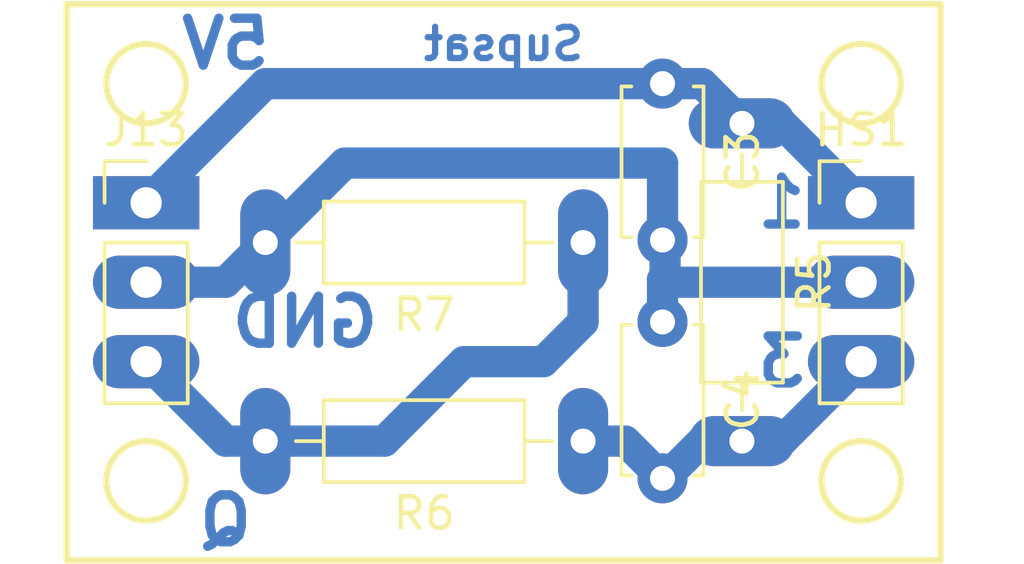
<source format=kicad_pcb>
(kicad_pcb (version 4) (host pcbnew 4.0.7)

  (general
    (links 12)
    (no_connects 0)
    (area 118.142381 98.959999 151.645239 116.940001)
    (thickness 1.6)
    (drawings 14)
    (tracks 30)
    (zones 0)
    (modules 7)
    (nets 5)
  )

  (page A4)
  (layers
    (0 F.Cu signal)
    (31 B.Cu signal)
    (32 B.Adhes user)
    (33 F.Adhes user)
    (34 B.Paste user)
    (35 F.Paste user)
    (36 B.SilkS user)
    (37 F.SilkS user)
    (38 B.Mask user)
    (39 F.Mask user)
    (40 Dwgs.User user)
    (41 Cmts.User user)
    (42 Eco1.User user)
    (43 Eco2.User user)
    (44 Edge.Cuts user)
    (45 Margin user)
    (46 B.CrtYd user)
    (47 F.CrtYd user)
    (48 B.Fab user)
    (49 F.Fab user)
  )

  (setup
    (last_trace_width 1)
    (trace_clearance 0.5)
    (zone_clearance 0.508)
    (zone_45_only no)
    (trace_min 0.2)
    (segment_width 0.2)
    (edge_width 0.15)
    (via_size 0.6)
    (via_drill 0.4)
    (via_min_size 0.4)
    (via_min_drill 0.3)
    (uvia_size 0.3)
    (uvia_drill 0.1)
    (uvias_allowed no)
    (uvia_min_size 0.2)
    (uvia_min_drill 0.1)
    (pcb_text_width 0.3)
    (pcb_text_size 1.5 1.5)
    (mod_edge_width 0.15)
    (mod_text_size 1 1)
    (mod_text_width 0.15)
    (pad_size 1.524 1.524)
    (pad_drill 0.762)
    (pad_to_mask_clearance 0.2)
    (aux_axis_origin 0 0)
    (grid_origin 120.65 116.84)
    (visible_elements 7FFFFFFF)
    (pcbplotparams
      (layerselection 0x00000_80000000)
      (usegerberextensions false)
      (excludeedgelayer true)
      (linewidth 0.100000)
      (plotframeref false)
      (viasonmask false)
      (mode 1)
      (useauxorigin false)
      (hpglpennumber 1)
      (hpglpenspeed 20)
      (hpglpendiameter 15)
      (hpglpenoverlay 2)
      (psnegative false)
      (psa4output false)
      (plotreference true)
      (plotvalue true)
      (plotinvisibletext false)
      (padsonsilk false)
      (subtractmaskfromsilk false)
      (outputformat 4)
      (mirror true)
      (drillshape 2)
      (scaleselection 1)
      (outputdirectory ./))
  )

  (net 0 "")
  (net 1 +5V)
  (net 2 GNDPWR)
  (net 3 "Net-(C4-Pad2)")
  (net 4 "Net-(J13-Pad3)")

  (net_class Default "Ceci est la Netclass par défaut"
    (clearance 0.5)
    (trace_width 1)
    (via_dia 0.6)
    (via_drill 0.4)
    (uvia_dia 0.3)
    (uvia_drill 0.1)
    (add_net +5V)
    (add_net GNDPWR)
    (add_net "Net-(C4-Pad2)")
    (add_net "Net-(J13-Pad3)")
  )

  (module Capacitors_THT:C_Disc_D4.7mm_W2.5mm_P5.00mm (layer F.Cu) (tedit 5AD7BF9C) (tstamp 5AD7BDFF)
    (at 139.7 101.6 270)
    (descr "C, Disc series, Radial, pin pitch=5.00mm, , diameter*width=4.7*2.5mm^2, Capacitor, http://www.vishay.com/docs/45233/krseries.pdf")
    (tags "C Disc series Radial pin pitch 5.00mm  diameter 4.7mm width 2.5mm Capacitor")
    (path /5AD7BEC0)
    (fp_text reference C3 (at 2.5 -2.56 270) (layer F.SilkS)
      (effects (font (size 1 1) (thickness 0.15)))
    )
    (fp_text value C (at 2.5 2.56 270) (layer F.Fab)
      (effects (font (size 1 1) (thickness 0.15)))
    )
    (fp_line (start 0.15 -1.25) (end 0.15 1.25) (layer F.Fab) (width 0.1))
    (fp_line (start 0.15 1.25) (end 4.85 1.25) (layer F.Fab) (width 0.1))
    (fp_line (start 4.85 1.25) (end 4.85 -1.25) (layer F.Fab) (width 0.1))
    (fp_line (start 4.85 -1.25) (end 0.15 -1.25) (layer F.Fab) (width 0.1))
    (fp_line (start 0.09 -1.31) (end 4.91 -1.31) (layer F.SilkS) (width 0.12))
    (fp_line (start 0.09 1.31) (end 4.91 1.31) (layer F.SilkS) (width 0.12))
    (fp_line (start 0.09 -1.31) (end 0.09 -0.996) (layer F.SilkS) (width 0.12))
    (fp_line (start 0.09 0.996) (end 0.09 1.31) (layer F.SilkS) (width 0.12))
    (fp_line (start 4.91 -1.31) (end 4.91 -0.996) (layer F.SilkS) (width 0.12))
    (fp_line (start 4.91 0.996) (end 4.91 1.31) (layer F.SilkS) (width 0.12))
    (fp_line (start -1.05 -1.6) (end -1.05 1.6) (layer F.CrtYd) (width 0.05))
    (fp_line (start -1.05 1.6) (end 6.05 1.6) (layer F.CrtYd) (width 0.05))
    (fp_line (start 6.05 1.6) (end 6.05 -1.6) (layer F.CrtYd) (width 0.05))
    (fp_line (start 6.05 -1.6) (end -1.05 -1.6) (layer F.CrtYd) (width 0.05))
    (fp_text user %R (at 2.54 0 270) (layer F.Fab)
      (effects (font (size 1 1) (thickness 0.15)))
    )
    (pad 1 thru_hole circle (at 0 0 270) (size 1.6 1.6) (drill 0.8) (layers *.Cu *.Mask)
      (net 1 +5V))
    (pad 2 thru_hole circle (at 5 0 270) (size 1.6 1.6) (drill 0.8) (layers *.Cu *.Mask)
      (net 2 GNDPWR))
    (model ${KISYS3DMOD}/Capacitors_THT.3dshapes/C_Disc_D4.7mm_W2.5mm_P5.00mm.wrl
      (at (xyz 0 0 0))
      (scale (xyz 1 1 1))
      (rotate (xyz 0 0 0))
    )
  )

  (module Capacitors_THT:C_Disc_D4.7mm_W2.5mm_P5.00mm (layer F.Cu) (tedit 5AD7BF3A) (tstamp 5AD7BE05)
    (at 139.7 109.22 270)
    (descr "C, Disc series, Radial, pin pitch=5.00mm, , diameter*width=4.7*2.5mm^2, Capacitor, http://www.vishay.com/docs/45233/krseries.pdf")
    (tags "C Disc series Radial pin pitch 5.00mm  diameter 4.7mm width 2.5mm Capacitor")
    (path /5AD7BE7D)
    (fp_text reference C4 (at 2.5 -2.56 270) (layer F.SilkS)
      (effects (font (size 1 1) (thickness 0.15)))
    )
    (fp_text value C (at 2.5 2.56 270) (layer F.Fab)
      (effects (font (size 1 1) (thickness 0.15)))
    )
    (fp_line (start 0.15 -1.25) (end 0.15 1.25) (layer F.Fab) (width 0.1))
    (fp_line (start 0.15 1.25) (end 4.85 1.25) (layer F.Fab) (width 0.1))
    (fp_line (start 4.85 1.25) (end 4.85 -1.25) (layer F.Fab) (width 0.1))
    (fp_line (start 4.85 -1.25) (end 0.15 -1.25) (layer F.Fab) (width 0.1))
    (fp_line (start 0.09 -1.31) (end 4.91 -1.31) (layer F.SilkS) (width 0.12))
    (fp_line (start 0.09 1.31) (end 4.91 1.31) (layer F.SilkS) (width 0.12))
    (fp_line (start 0.09 -1.31) (end 0.09 -0.996) (layer F.SilkS) (width 0.12))
    (fp_line (start 0.09 0.996) (end 0.09 1.31) (layer F.SilkS) (width 0.12))
    (fp_line (start 4.91 -1.31) (end 4.91 -0.996) (layer F.SilkS) (width 0.12))
    (fp_line (start 4.91 0.996) (end 4.91 1.31) (layer F.SilkS) (width 0.12))
    (fp_line (start -1.05 -1.6) (end -1.05 1.6) (layer F.CrtYd) (width 0.05))
    (fp_line (start -1.05 1.6) (end 6.05 1.6) (layer F.CrtYd) (width 0.05))
    (fp_line (start 6.05 1.6) (end 6.05 -1.6) (layer F.CrtYd) (width 0.05))
    (fp_line (start 6.05 -1.6) (end -1.05 -1.6) (layer F.CrtYd) (width 0.05))
    (fp_text user %R (at 2.54 0 270) (layer F.Fab)
      (effects (font (size 1 1) (thickness 0.15)))
    )
    (pad 1 thru_hole circle (at 0 0 270) (size 1.6 1.6) (drill 0.8) (layers *.Cu *.Mask)
      (net 2 GNDPWR))
    (pad 2 thru_hole circle (at 5 0 270) (size 1.6 1.6) (drill 0.8) (layers *.Cu *.Mask)
      (net 3 "Net-(C4-Pad2)"))
    (model ${KISYS3DMOD}/Capacitors_THT.3dshapes/C_Disc_D4.7mm_W2.5mm_P5.00mm.wrl
      (at (xyz 0 0 0))
      (scale (xyz 1 1 1))
      (rotate (xyz 0 0 0))
    )
  )

  (module station_sol:Pin_Header_Straight_1x03_Pitch2.54mm (layer F.Cu) (tedit 5AD84E98) (tstamp 5AD7BE13)
    (at 123.19 105.41)
    (descr "Through hole straight pin header, 1x03, 2.54mm pitch, single row")
    (tags "Through hole pin header THT 1x03 2.54mm single row")
    (path /5AD7BF03)
    (fp_text reference J13 (at 0 -2.33) (layer F.SilkS)
      (effects (font (size 1 1) (thickness 0.15)))
    )
    (fp_text value Conn_01x03 (at 0 7.41) (layer F.Fab)
      (effects (font (size 1 1) (thickness 0.15)))
    )
    (fp_line (start -0.635 -1.27) (end 1.27 -1.27) (layer F.Fab) (width 0.1))
    (fp_line (start 1.27 -1.27) (end 1.27 6.35) (layer F.Fab) (width 0.1))
    (fp_line (start 1.27 6.35) (end -1.27 6.35) (layer F.Fab) (width 0.1))
    (fp_line (start -1.27 6.35) (end -1.27 -0.635) (layer F.Fab) (width 0.1))
    (fp_line (start -1.27 -0.635) (end -0.635 -1.27) (layer F.Fab) (width 0.1))
    (fp_line (start -1.33 6.41) (end 1.33 6.41) (layer F.SilkS) (width 0.12))
    (fp_line (start -1.33 1.27) (end -1.33 6.41) (layer F.SilkS) (width 0.12))
    (fp_line (start 1.33 1.27) (end 1.33 6.41) (layer F.SilkS) (width 0.12))
    (fp_line (start -1.33 1.27) (end 1.33 1.27) (layer F.SilkS) (width 0.12))
    (fp_line (start -1.33 0) (end -1.33 -1.33) (layer F.SilkS) (width 0.12))
    (fp_line (start -1.33 -1.33) (end 0 -1.33) (layer F.SilkS) (width 0.12))
    (fp_line (start -1.8 -1.8) (end -1.8 6.85) (layer F.CrtYd) (width 0.05))
    (fp_line (start -1.8 6.85) (end 1.8 6.85) (layer F.CrtYd) (width 0.05))
    (fp_line (start 1.8 6.85) (end 1.8 -1.8) (layer F.CrtYd) (width 0.05))
    (fp_line (start 1.8 -1.8) (end -1.8 -1.8) (layer F.CrtYd) (width 0.05))
    (fp_text user %R (at 0 2.54 90) (layer F.Fab)
      (effects (font (size 1 1) (thickness 0.15)))
    )
    (pad 1 thru_hole rect (at 0 0) (size 3.4 1.7) (drill 1) (layers *.Cu *.Mask)
      (net 1 +5V))
    (pad 2 thru_hole oval (at 0 2.54) (size 3.4 1.7) (drill 1) (layers *.Cu *.Mask)
      (net 2 GNDPWR))
    (pad 3 thru_hole oval (at 0 5.08) (size 3.4 1.7) (drill 1) (layers *.Cu *.Mask)
      (net 4 "Net-(J13-Pad3)"))
    (model ${KISYS3DMOD}/Pin_Headers.3dshapes/Pin_Header_Straight_1x03_Pitch2.54mm.wrl
      (at (xyz 0 0 0))
      (scale (xyz 1 1 1))
      (rotate (xyz 0 0 0))
    )
  )

  (module station_sol:Pin_Header_Straight_1x03_Pitch2.54mm (layer F.Cu) (tedit 5AD84E98) (tstamp 5AD7BE0C)
    (at 146.05 105.41)
    (descr "Through hole straight pin header, 1x03, 2.54mm pitch, single row")
    (tags "Through hole pin header THT 1x03 2.54mm single row")
    (path /5AD7BF50)
    (fp_text reference HS1 (at 0 -2.33) (layer F.SilkS)
      (effects (font (size 1 1) (thickness 0.15)))
    )
    (fp_text value HALL_SENSOR (at 0 7.41) (layer F.Fab)
      (effects (font (size 1 1) (thickness 0.15)))
    )
    (fp_line (start -0.635 -1.27) (end 1.27 -1.27) (layer F.Fab) (width 0.1))
    (fp_line (start 1.27 -1.27) (end 1.27 6.35) (layer F.Fab) (width 0.1))
    (fp_line (start 1.27 6.35) (end -1.27 6.35) (layer F.Fab) (width 0.1))
    (fp_line (start -1.27 6.35) (end -1.27 -0.635) (layer F.Fab) (width 0.1))
    (fp_line (start -1.27 -0.635) (end -0.635 -1.27) (layer F.Fab) (width 0.1))
    (fp_line (start -1.33 6.41) (end 1.33 6.41) (layer F.SilkS) (width 0.12))
    (fp_line (start -1.33 1.27) (end -1.33 6.41) (layer F.SilkS) (width 0.12))
    (fp_line (start 1.33 1.27) (end 1.33 6.41) (layer F.SilkS) (width 0.12))
    (fp_line (start -1.33 1.27) (end 1.33 1.27) (layer F.SilkS) (width 0.12))
    (fp_line (start -1.33 0) (end -1.33 -1.33) (layer F.SilkS) (width 0.12))
    (fp_line (start -1.33 -1.33) (end 0 -1.33) (layer F.SilkS) (width 0.12))
    (fp_line (start -1.8 -1.8) (end -1.8 6.85) (layer F.CrtYd) (width 0.05))
    (fp_line (start -1.8 6.85) (end 1.8 6.85) (layer F.CrtYd) (width 0.05))
    (fp_line (start 1.8 6.85) (end 1.8 -1.8) (layer F.CrtYd) (width 0.05))
    (fp_line (start 1.8 -1.8) (end -1.8 -1.8) (layer F.CrtYd) (width 0.05))
    (fp_text user %R (at 0 2.54 90) (layer F.Fab)
      (effects (font (size 1 1) (thickness 0.15)))
    )
    (pad 1 thru_hole rect (at 0 0) (size 3.4 1.7) (drill 1) (layers *.Cu *.Mask)
      (net 1 +5V))
    (pad 2 thru_hole oval (at 0 2.54) (size 3.4 1.7) (drill 1) (layers *.Cu *.Mask)
      (net 2 GNDPWR))
    (pad 3 thru_hole oval (at 0 5.08) (size 3.4 1.7) (drill 1) (layers *.Cu *.Mask)
      (net 3 "Net-(C4-Pad2)"))
    (model ${KISYS3DMOD}/Pin_Headers.3dshapes/Pin_Header_Straight_1x03_Pitch2.54mm.wrl
      (at (xyz 0 0 0))
      (scale (xyz 1 1 1))
      (rotate (xyz 0 0 0))
    )
  )

  (module station_sol:R_Axial_DIN0207_L6.3mm_D2.5mm_P10.16mm_Horizontal (layer F.Cu) (tedit 5AD84F92) (tstamp 5AD7BE25)
    (at 137.16 106.68 180)
    (descr "Resistor, Axial_DIN0207 series, Axial, Horizontal, pin pitch=10.16mm, 0.25W = 1/4W, length*diameter=6.3*2.5mm^2, http://cdn-reichelt.de/documents/datenblatt/B400/1_4W%23YAG.pdf")
    (tags "Resistor Axial_DIN0207 series Axial Horizontal pin pitch 10.16mm 0.25W = 1/4W length 6.3mm diameter 2.5mm")
    (path /5AD7BD44)
    (fp_text reference R7 (at 5.08 -2.31 180) (layer F.SilkS)
      (effects (font (size 1 1) (thickness 0.15)))
    )
    (fp_text value R (at 5.08 2.31 180) (layer F.Fab)
      (effects (font (size 1 1) (thickness 0.15)))
    )
    (fp_line (start 1.93 -1.25) (end 1.93 1.25) (layer F.Fab) (width 0.1))
    (fp_line (start 1.93 1.25) (end 8.23 1.25) (layer F.Fab) (width 0.1))
    (fp_line (start 8.23 1.25) (end 8.23 -1.25) (layer F.Fab) (width 0.1))
    (fp_line (start 8.23 -1.25) (end 1.93 -1.25) (layer F.Fab) (width 0.1))
    (fp_line (start 0 0) (end 1.93 0) (layer F.Fab) (width 0.1))
    (fp_line (start 10.16 0) (end 8.23 0) (layer F.Fab) (width 0.1))
    (fp_line (start 1.87 -1.31) (end 1.87 1.31) (layer F.SilkS) (width 0.12))
    (fp_line (start 1.87 1.31) (end 8.29 1.31) (layer F.SilkS) (width 0.12))
    (fp_line (start 8.29 1.31) (end 8.29 -1.31) (layer F.SilkS) (width 0.12))
    (fp_line (start 8.29 -1.31) (end 1.87 -1.31) (layer F.SilkS) (width 0.12))
    (fp_line (start 0.98 0) (end 1.87 0) (layer F.SilkS) (width 0.12))
    (fp_line (start 9.18 0) (end 8.29 0) (layer F.SilkS) (width 0.12))
    (fp_line (start -1.05 -1.6) (end -1.05 1.6) (layer F.CrtYd) (width 0.05))
    (fp_line (start -1.05 1.6) (end 11.25 1.6) (layer F.CrtYd) (width 0.05))
    (fp_line (start 11.25 1.6) (end 11.25 -1.6) (layer F.CrtYd) (width 0.05))
    (fp_line (start 11.25 -1.6) (end -1.05 -1.6) (layer F.CrtYd) (width 0.05))
    (pad 1 thru_hole oval (at 0 0 180) (size 1.6 3.4) (drill 0.8) (layers *.Cu *.Mask)
      (net 4 "Net-(J13-Pad3)"))
    (pad 2 thru_hole oval (at 10.16 0 180) (size 1.6 3.4) (drill 0.8) (layers *.Cu *.Mask)
      (net 2 GNDPWR))
    (model ${KISYS3DMOD}/Resistors_THT.3dshapes/R_Axial_DIN0207_L6.3mm_D2.5mm_P10.16mm_Horizontal.wrl
      (at (xyz 0 0 0))
      (scale (xyz 0.393701 0.393701 0.393701))
      (rotate (xyz 0 0 0))
    )
  )

  (module station_sol:R_Axial_DIN0207_L6.3mm_D2.5mm_P10.16mm_Horizontal (layer F.Cu) (tedit 5AD84F92) (tstamp 5AD7BE1F)
    (at 137.16 113.03 180)
    (descr "Resistor, Axial_DIN0207 series, Axial, Horizontal, pin pitch=10.16mm, 0.25W = 1/4W, length*diameter=6.3*2.5mm^2, http://cdn-reichelt.de/documents/datenblatt/B400/1_4W%23YAG.pdf")
    (tags "Resistor Axial_DIN0207 series Axial Horizontal pin pitch 10.16mm 0.25W = 1/4W length 6.3mm diameter 2.5mm")
    (path /5AD7BDA5)
    (fp_text reference R6 (at 5.08 -2.31 180) (layer F.SilkS)
      (effects (font (size 1 1) (thickness 0.15)))
    )
    (fp_text value R (at 5.08 2.31 180) (layer F.Fab)
      (effects (font (size 1 1) (thickness 0.15)))
    )
    (fp_line (start 1.93 -1.25) (end 1.93 1.25) (layer F.Fab) (width 0.1))
    (fp_line (start 1.93 1.25) (end 8.23 1.25) (layer F.Fab) (width 0.1))
    (fp_line (start 8.23 1.25) (end 8.23 -1.25) (layer F.Fab) (width 0.1))
    (fp_line (start 8.23 -1.25) (end 1.93 -1.25) (layer F.Fab) (width 0.1))
    (fp_line (start 0 0) (end 1.93 0) (layer F.Fab) (width 0.1))
    (fp_line (start 10.16 0) (end 8.23 0) (layer F.Fab) (width 0.1))
    (fp_line (start 1.87 -1.31) (end 1.87 1.31) (layer F.SilkS) (width 0.12))
    (fp_line (start 1.87 1.31) (end 8.29 1.31) (layer F.SilkS) (width 0.12))
    (fp_line (start 8.29 1.31) (end 8.29 -1.31) (layer F.SilkS) (width 0.12))
    (fp_line (start 8.29 -1.31) (end 1.87 -1.31) (layer F.SilkS) (width 0.12))
    (fp_line (start 0.98 0) (end 1.87 0) (layer F.SilkS) (width 0.12))
    (fp_line (start 9.18 0) (end 8.29 0) (layer F.SilkS) (width 0.12))
    (fp_line (start -1.05 -1.6) (end -1.05 1.6) (layer F.CrtYd) (width 0.05))
    (fp_line (start -1.05 1.6) (end 11.25 1.6) (layer F.CrtYd) (width 0.05))
    (fp_line (start 11.25 1.6) (end 11.25 -1.6) (layer F.CrtYd) (width 0.05))
    (fp_line (start 11.25 -1.6) (end -1.05 -1.6) (layer F.CrtYd) (width 0.05))
    (pad 1 thru_hole oval (at 0 0 180) (size 1.6 3.4) (drill 0.8) (layers *.Cu *.Mask)
      (net 3 "Net-(C4-Pad2)"))
    (pad 2 thru_hole oval (at 10.16 0 180) (size 1.6 3.4) (drill 0.8) (layers *.Cu *.Mask)
      (net 4 "Net-(J13-Pad3)"))
    (model ${KISYS3DMOD}/Resistors_THT.3dshapes/R_Axial_DIN0207_L6.3mm_D2.5mm_P10.16mm_Horizontal.wrl
      (at (xyz 0 0 0))
      (scale (xyz 0.393701 0.393701 0.393701))
      (rotate (xyz 0 0 0))
    )
  )

  (module station_sol:R_Axial_DIN0207_L6.3mm_D2.5mm_P10.16mm_Horizontal (layer F.Cu) (tedit 5AD84F92) (tstamp 5AD7BE19)
    (at 142.24 102.87 270)
    (descr "Resistor, Axial_DIN0207 series, Axial, Horizontal, pin pitch=10.16mm, 0.25W = 1/4W, length*diameter=6.3*2.5mm^2, http://cdn-reichelt.de/documents/datenblatt/B400/1_4W%23YAG.pdf")
    (tags "Resistor Axial_DIN0207 series Axial Horizontal pin pitch 10.16mm 0.25W = 1/4W length 6.3mm diameter 2.5mm")
    (path /5AD7BE5E)
    (fp_text reference R5 (at 5.08 -2.31 270) (layer F.SilkS)
      (effects (font (size 1 1) (thickness 0.15)))
    )
    (fp_text value R (at 5.08 2.31 270) (layer F.Fab)
      (effects (font (size 1 1) (thickness 0.15)))
    )
    (fp_line (start 1.93 -1.25) (end 1.93 1.25) (layer F.Fab) (width 0.1))
    (fp_line (start 1.93 1.25) (end 8.23 1.25) (layer F.Fab) (width 0.1))
    (fp_line (start 8.23 1.25) (end 8.23 -1.25) (layer F.Fab) (width 0.1))
    (fp_line (start 8.23 -1.25) (end 1.93 -1.25) (layer F.Fab) (width 0.1))
    (fp_line (start 0 0) (end 1.93 0) (layer F.Fab) (width 0.1))
    (fp_line (start 10.16 0) (end 8.23 0) (layer F.Fab) (width 0.1))
    (fp_line (start 1.87 -1.31) (end 1.87 1.31) (layer F.SilkS) (width 0.12))
    (fp_line (start 1.87 1.31) (end 8.29 1.31) (layer F.SilkS) (width 0.12))
    (fp_line (start 8.29 1.31) (end 8.29 -1.31) (layer F.SilkS) (width 0.12))
    (fp_line (start 8.29 -1.31) (end 1.87 -1.31) (layer F.SilkS) (width 0.12))
    (fp_line (start 0.98 0) (end 1.87 0) (layer F.SilkS) (width 0.12))
    (fp_line (start 9.18 0) (end 8.29 0) (layer F.SilkS) (width 0.12))
    (fp_line (start -1.05 -1.6) (end -1.05 1.6) (layer F.CrtYd) (width 0.05))
    (fp_line (start -1.05 1.6) (end 11.25 1.6) (layer F.CrtYd) (width 0.05))
    (fp_line (start 11.25 1.6) (end 11.25 -1.6) (layer F.CrtYd) (width 0.05))
    (fp_line (start 11.25 -1.6) (end -1.05 -1.6) (layer F.CrtYd) (width 0.05))
    (pad 1 thru_hole oval (at 0 0 270) (size 1.6 3.4) (drill 0.8) (layers *.Cu *.Mask)
      (net 1 +5V))
    (pad 2 thru_hole oval (at 10.16 0 270) (size 1.6 3.4) (drill 0.8) (layers *.Cu *.Mask)
      (net 3 "Net-(C4-Pad2)"))
    (model ${KISYS3DMOD}/Resistors_THT.3dshapes/R_Axial_DIN0207_L6.3mm_D2.5mm_P10.16mm_Horizontal.wrl
      (at (xyz 0 0 0))
      (scale (xyz 0.393701 0.393701 0.393701))
      (rotate (xyz 0 0 0))
    )
  )

  (gr_text Supsat (at 134.62 100.33) (layer B.Cu)
    (effects (font (size 1 1) (thickness 0.2)) (justify mirror))
  )
  (gr_circle (center 123.19 101.6) (end 123.19 100.33) (layer F.SilkS) (width 0.2))
  (gr_circle (center 123.19 114.3) (end 123.19 113.03) (layer F.SilkS) (width 0.2))
  (gr_circle (center 146.05 101.6) (end 146.05 100.33) (layer F.SilkS) (width 0.2))
  (gr_circle (center 146.05 114.3) (end 146.05 115.57) (layer F.SilkS) (width 0.2))
  (gr_text 3 (at 143.51 110.49) (layer B.Cu)
    (effects (font (size 1.5 1.5) (thickness 0.3)) (justify mirror))
  )
  (gr_text 1 (at 143.51 105.41) (layer B.Cu)
    (effects (font (size 1.5 1.5) (thickness 0.3)) (justify mirror))
  )
  (gr_text Q (at 125.73 115.57) (layer B.Cu)
    (effects (font (size 1.5 1.5) (thickness 0.3)) (justify mirror))
  )
  (gr_text GND (at 128.27 109.22) (layer B.Cu)
    (effects (font (size 1.5 1.5) (thickness 0.3)) (justify mirror))
  )
  (gr_text 5V (at 125.73 100.33) (layer B.Cu)
    (effects (font (size 1.5 1.5) (thickness 0.3)) (justify mirror))
  )
  (gr_line (start 148.59 99.06) (end 120.65 99.06) (angle 90) (layer F.SilkS) (width 0.2))
  (gr_line (start 148.59 116.84) (end 148.59 99.06) (angle 90) (layer F.SilkS) (width 0.2))
  (gr_line (start 120.65 116.84) (end 148.59 116.84) (angle 90) (layer F.SilkS) (width 0.2))
  (gr_line (start 120.65 99.06) (end 120.65 116.84) (angle 90) (layer F.SilkS) (width 0.2))

  (segment (start 123.19 105.41) (end 127 101.6) (width 1) (layer B.Cu) (net 1))
  (segment (start 127 101.6) (end 139.7 101.6) (width 1) (layer B.Cu) (net 1) (tstamp 5AD7C0E3))
  (segment (start 142.24 102.87) (end 140.97 101.6) (width 1) (layer B.Cu) (net 1))
  (segment (start 140.97 101.6) (end 139.7 101.6) (width 1) (layer B.Cu) (net 1) (tstamp 5AD7C0B0))
  (segment (start 146.05 105.41) (end 143.51 102.87) (width 1) (layer B.Cu) (net 1))
  (segment (start 143.51 102.87) (end 142.24 102.87) (width 1) (layer B.Cu) (net 1) (tstamp 5AD7C0AD))
  (segment (start 123.19 107.95) (end 125.73 107.95) (width 1) (layer B.Cu) (net 2))
  (segment (start 125.73 107.95) (end 127 106.68) (width 1) (layer B.Cu) (net 2) (tstamp 5AD7C0E6))
  (segment (start 139.7 106.6) (end 139.7 104.14) (width 1) (layer B.Cu) (net 2))
  (segment (start 129.54 104.14) (end 127 106.68) (width 1) (layer B.Cu) (net 2) (tstamp 5AD7C0C3))
  (segment (start 139.7 104.14) (end 129.54 104.14) (width 1) (layer B.Cu) (net 2) (tstamp 5AD7C0C2))
  (segment (start 139.78 107.95) (end 139.78 106.68) (width 1) (layer B.Cu) (net 2))
  (segment (start 139.78 106.68) (end 139.7 106.6) (width 1) (layer B.Cu) (net 2) (tstamp 5AD7C0AA))
  (segment (start 146.05 107.95) (end 139.78 107.95) (width 1) (layer B.Cu) (net 2))
  (segment (start 139.78 107.95) (end 139.7 107.87) (width 1) (layer B.Cu) (net 2) (tstamp 5AD7C09E))
  (segment (start 139.7 109.22) (end 139.7 107.87) (width 1) (layer B.Cu) (net 2))
  (segment (start 146.05 110.49) (end 143.51 113.03) (width 1) (layer B.Cu) (net 3))
  (segment (start 143.51 113.03) (end 142.24 113.03) (width 1) (layer B.Cu) (net 3) (tstamp 5AD7C0CB))
  (segment (start 139.7 114.22) (end 139.78 114.22) (width 1) (layer B.Cu) (net 3))
  (segment (start 139.78 114.22) (end 140.97 113.03) (width 1) (layer B.Cu) (net 3) (tstamp 5AD7C0C8))
  (segment (start 140.97 113.03) (end 142.24 113.03) (width 1) (layer B.Cu) (net 3) (tstamp 5AD7C0C9))
  (segment (start 137.16 113.03) (end 138.51 113.03) (width 1) (layer B.Cu) (net 3))
  (segment (start 138.51 113.03) (end 139.7 114.22) (width 1) (layer B.Cu) (net 3) (tstamp 5AD7C0C6))
  (segment (start 123.19 110.49) (end 125.73 113.03) (width 1) (layer B.Cu) (net 4))
  (segment (start 125.73 113.03) (end 127 113.03) (width 1) (layer B.Cu) (net 4) (tstamp 5AD7C0E9))
  (segment (start 137.16 106.68) (end 137.16 109.22) (width 1) (layer B.Cu) (net 4))
  (segment (start 130.81 113.03) (end 127 113.03) (width 1) (layer B.Cu) (net 4) (tstamp 5AD7C0C0))
  (segment (start 133.35 110.49) (end 130.81 113.03) (width 1) (layer B.Cu) (net 4) (tstamp 5AD7C0BF))
  (segment (start 135.89 110.49) (end 133.35 110.49) (width 1) (layer B.Cu) (net 4) (tstamp 5AD7C0BE))
  (segment (start 137.16 109.22) (end 135.89 110.49) (width 1) (layer B.Cu) (net 4) (tstamp 5AD7C0BD))

)

</source>
